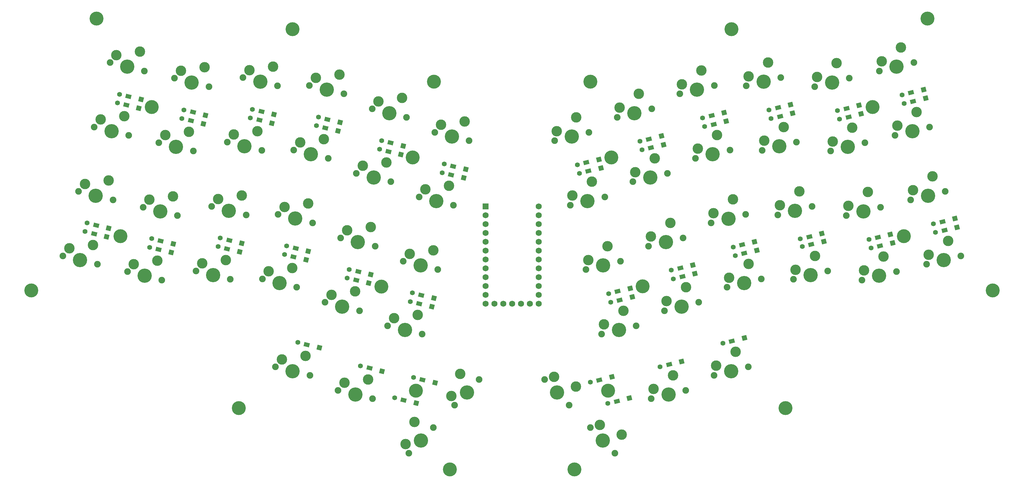
<source format=gts>
%TF.GenerationSoftware,KiCad,Pcbnew,(6.0.0-0)*%
%TF.CreationDate,2022-01-08T14:54:33+00:00*%
%TF.ProjectId,atreis,61747265-6973-42e6-9b69-6361645f7063,rev?*%
%TF.SameCoordinates,Original*%
%TF.FileFunction,Soldermask,Top*%
%TF.FilePolarity,Negative*%
%FSLAX46Y46*%
G04 Gerber Fmt 4.6, Leading zero omitted, Abs format (unit mm)*
G04 Created by KiCad (PCBNEW (6.0.0-0)) date 2022-01-08 14:54:33*
%MOMM*%
%LPD*%
G01*
G04 APERTURE LIST*
G04 Aperture macros list*
%AMRotRect*
0 Rectangle, with rotation*
0 The origin of the aperture is its center*
0 $1 length*
0 $2 width*
0 $3 Rotation angle, in degrees counterclockwise*
0 Add horizontal line*
21,1,$1,$2,0,0,$3*%
G04 Aperture macros list end*
%ADD10C,4.000000*%
%ADD11C,1.752600*%
%ADD12R,1.752600X1.752600*%
%ADD13C,4.100000*%
%ADD14C,1.900000*%
%ADD15C,3.000000*%
%ADD16C,1.400000*%
%ADD17RotRect,1.600000X1.200000X166.330000*%
%ADD18RotRect,1.400000X1.400000X166.330000*%
%ADD19RotRect,1.600000X1.200000X193.670000*%
%ADD20RotRect,1.400000X1.400000X193.670000*%
G04 APERTURE END LIST*
D10*
%TO.C,REF\u002A\u002A*%
X205841618Y-56205916D03*
%TD*%
%TO.C,REF\u002A\u002A*%
X261797818Y-149931917D03*
%TD*%
%TO.C,REF\u002A\u002A*%
X321259218Y-116099118D03*
%TD*%
%TO.C,REF\u002A\u002A*%
X302564819Y-38044917D03*
%TD*%
%TO.C,REF\u002A\u002A*%
X246329217Y-41143718D03*
%TD*%
%TO.C,REF\u002A\u002A*%
X160961898Y-56169172D03*
%TD*%
%TO.C,REF\u002A\u002A*%
X120446818Y-41143716D03*
%TD*%
%TO.C,REF\u002A\u002A*%
X64211217Y-38044917D03*
%TD*%
%TO.C,REF\u002A\u002A*%
X45516819Y-116099118D03*
%TD*%
%TO.C,REF\u002A\u002A*%
X104978219Y-149931916D03*
%TD*%
%TO.C,REF\u002A\u002A*%
X165557218Y-167508718D03*
%TD*%
%TO.C,REF\u002A\u002A*%
X201244217Y-167508716D03*
%TD*%
%TO.C,REF\u002A\u002A*%
X210947018Y-144902717D03*
%TD*%
%TO.C,REF\u002A\u002A*%
X155803619Y-144902717D03*
%TD*%
%TO.C,REF\u002A\u002A*%
X80035417Y-63470316D03*
%TD*%
D11*
%TO.C,U1*%
X188468015Y-119889268D03*
X185928015Y-119889268D03*
X183388015Y-119889268D03*
X180848015Y-119889268D03*
X178308015Y-119889268D03*
X191008015Y-91949268D03*
X191008015Y-94489268D03*
X191008015Y-97029268D03*
X191008015Y-99569268D03*
X191008015Y-102109268D03*
X191008015Y-104649268D03*
X191008015Y-107189268D03*
X191008015Y-109729268D03*
X191008015Y-112269268D03*
X191008015Y-114809268D03*
X191008015Y-117349268D03*
X191008015Y-119889268D03*
X175768015Y-119889268D03*
X175768015Y-117349268D03*
X175768015Y-114809268D03*
X175768015Y-112269268D03*
X175768015Y-109729268D03*
X175768015Y-107189268D03*
X175768015Y-104649268D03*
X175768015Y-102109268D03*
X175768015Y-99569268D03*
X175768015Y-97029268D03*
X175768015Y-94489268D03*
D12*
X175768015Y-91949268D03*
%TD*%
D10*
%TO.C,REF\u002A\u002A*%
X286791418Y-63470317D03*
%TD*%
%TO.C,REF\u002A\u002A*%
X295732217Y-100503515D03*
%TD*%
%TO.C,REF\u002A\u002A*%
X220827616Y-114956116D03*
%TD*%
%TO.C,REF\u002A\u002A*%
X211886818Y-77948317D03*
%TD*%
%TO.C,REF\u002A\u002A*%
X145948417Y-114981516D03*
%TD*%
%TO.C,REF\u002A\u002A*%
X154914617Y-77897517D03*
%TD*%
%TO.C,*%
X71043818Y-100503518D03*
%TD*%
D13*
%TO.C,MX29*%
X200533018Y-71928517D03*
D14*
X195596919Y-73129070D03*
X205469117Y-70727964D03*
D15*
X196230667Y-70360883D03*
X201800514Y-66392141D03*
%TD*%
D14*
%TO.C,MX55*%
X233200927Y-144800621D03*
D15*
X223962477Y-144433540D03*
D14*
X223328729Y-147201727D03*
D13*
X228264828Y-146001174D03*
D15*
X229532324Y-140464798D03*
%TD*%
%TO.C,MX36*%
X224272710Y-78179193D03*
X218702863Y-82147935D03*
D14*
X218069115Y-84916122D03*
X227941313Y-82515016D03*
D13*
X223005214Y-83715569D03*
%TD*%
D15*
%TO.C,MX18*%
X160816203Y-104613435D03*
D13*
X157147600Y-108949257D03*
D14*
X152211501Y-107748704D03*
X162083699Y-110149810D03*
D15*
X154045803Y-105580793D03*
%TD*%
D14*
%TO.C,MX14*%
X77569739Y-92208450D03*
X87441937Y-94609556D03*
D13*
X82505838Y-93409003D03*
D15*
X86174441Y-89073181D03*
X79404041Y-90040539D03*
%TD*%
D14*
%TO.C,MX2*%
X86573885Y-55187714D03*
D15*
X95178587Y-52052445D03*
D13*
X91509984Y-56388267D03*
D14*
X96446083Y-57588820D03*
D15*
X88408187Y-53019803D03*
%TD*%
%TO.C,MX44*%
X265795527Y-87685411D03*
X260225680Y-91654153D03*
D14*
X269464130Y-92021234D03*
X259591932Y-94422340D03*
D13*
X264528031Y-93221787D03*
%TD*%
D15*
%TO.C,MX3*%
X108059087Y-52832582D03*
D14*
X106224785Y-55000493D03*
D13*
X111160884Y-56201046D03*
D15*
X114829487Y-51865224D03*
D14*
X116096983Y-57401599D03*
%TD*%
%TO.C,MX54*%
X205884729Y-155525673D03*
D15*
X208599942Y-154693738D03*
D14*
X212891263Y-162883259D03*
D15*
X214818423Y-157540595D03*
D13*
X209387996Y-159204466D03*
%TD*%
%TO.C,MX8*%
X87007910Y-74898634D03*
D14*
X82071811Y-73698081D03*
X91944009Y-76099187D03*
D15*
X83906113Y-71530170D03*
X90676513Y-70562812D03*
%TD*%
%TO.C,MX25*%
X124118415Y-134942027D03*
X117348015Y-135909385D03*
D14*
X125385911Y-140478402D03*
D13*
X120449812Y-139277849D03*
D14*
X115513713Y-138077296D03*
%TD*%
D15*
%TO.C,MX1*%
X69897817Y-48517725D03*
D13*
X72999614Y-51886189D03*
D14*
X77935713Y-53086742D03*
D15*
X76668217Y-47550367D03*
D14*
X68063515Y-50685636D03*
%TD*%
%TO.C,MX22*%
X121641375Y-115213542D03*
D15*
X113603479Y-110644525D03*
D14*
X111769177Y-112812436D03*
D15*
X120373879Y-109677167D03*
D13*
X116705276Y-114012989D03*
%TD*%
D14*
%TO.C,MX21*%
X92718559Y-110531600D03*
X102590757Y-112932706D03*
D15*
X101323261Y-107396331D03*
D13*
X97654658Y-111732153D03*
D15*
X94552861Y-108363689D03*
%TD*%
%TO.C,MX49*%
X251220745Y-108482994D03*
D14*
X245017150Y-115219923D03*
D15*
X245650898Y-112451736D03*
D13*
X249953249Y-114019370D03*
D14*
X254889348Y-112818817D03*
%TD*%
D15*
%TO.C,MX24*%
X149543724Y-124091163D03*
X156314124Y-123123805D03*
D13*
X152645521Y-127459627D03*
D14*
X157581620Y-128660180D03*
X147709422Y-126259074D03*
%TD*%
D13*
%TO.C,MX31*%
X236447023Y-58488256D03*
D15*
X237714519Y-52951880D03*
D14*
X231510924Y-59688809D03*
D15*
X232144672Y-56920622D03*
D14*
X241383122Y-57287703D03*
%TD*%
%TO.C,MX53*%
X192747478Y-141730198D03*
D15*
X195462691Y-140898263D03*
D14*
X199754012Y-149087784D03*
D15*
X201681172Y-143745120D03*
D13*
X196250745Y-145408991D03*
%TD*%
D14*
%TO.C,MX38*%
X255089855Y-75911967D03*
D13*
X260025954Y-74711414D03*
D14*
X264962053Y-73510861D03*
D15*
X255723603Y-73143780D03*
X261293450Y-69175038D03*
%TD*%
D14*
%TO.C,MX17*%
X134241375Y-101025382D03*
D15*
X142846077Y-97890113D03*
X136075677Y-98857471D03*
D14*
X144113573Y-103426488D03*
D13*
X139177474Y-102225935D03*
%TD*%
D15*
%TO.C,MX6*%
X163049947Y-68560055D03*
X169820347Y-67592697D03*
D14*
X171087843Y-73129072D03*
X161215645Y-70727966D03*
D13*
X166151744Y-71928519D03*
%TD*%
%TO.C,MX12*%
X161649669Y-90438887D03*
D14*
X166585768Y-91639440D03*
X156713570Y-89238334D03*
D15*
X165318272Y-86103065D03*
X158547872Y-87070423D03*
%TD*%
%TO.C,MX42*%
X228774785Y-96689562D03*
D14*
X222571190Y-103426491D03*
D13*
X227507289Y-102225938D03*
D14*
X232443388Y-101025385D03*
D15*
X223204938Y-100658304D03*
%TD*%
D14*
%TO.C,MX35*%
X209971189Y-89238333D03*
D15*
X206302586Y-84902510D03*
D13*
X205035090Y-90438886D03*
D14*
X200098991Y-91639439D03*
D15*
X200732739Y-88871252D03*
%TD*%
D13*
%TO.C,MX32*%
X255523876Y-56201044D03*
D15*
X251221525Y-54633410D03*
D14*
X260459975Y-55000491D03*
D15*
X256791372Y-50664668D03*
D14*
X250587777Y-57401597D03*
%TD*%
D15*
%TO.C,MX5*%
X145079824Y-61836732D03*
X151850224Y-60869374D03*
D13*
X148181621Y-65205196D03*
D14*
X153117720Y-66405749D03*
X143245522Y-64004643D03*
%TD*%
%TO.C,MX46*%
X307625393Y-87706374D03*
D15*
X303956790Y-83370551D03*
X298386943Y-87339293D03*
D13*
X302689294Y-88906927D03*
D14*
X297753195Y-90107480D03*
%TD*%
D15*
%TO.C,MX11*%
X147348151Y-79379746D03*
D14*
X138743449Y-82515015D03*
D13*
X143679548Y-83715568D03*
D15*
X140577751Y-80347104D03*
D14*
X148615647Y-84916121D03*
%TD*%
%TO.C,MX51*%
X283744902Y-113119927D03*
D15*
X289948497Y-106382998D03*
D13*
X288681001Y-111919374D03*
D14*
X293617100Y-110718821D03*
D15*
X284378650Y-110351740D03*
%TD*%
%TO.C,MX10*%
X129378027Y-72656426D03*
D14*
X120773325Y-75791695D03*
D13*
X125709424Y-76992248D03*
D14*
X130645523Y-78192801D03*
D15*
X122607627Y-73623784D03*
%TD*%
%TO.C,MX52*%
X302889016Y-105849665D03*
D14*
X312127466Y-106216746D03*
D13*
X307191367Y-107417299D03*
D14*
X302255268Y-108617852D03*
D15*
X308458863Y-101880923D03*
%TD*%
%TO.C,MX45*%
X279876575Y-91841371D03*
D14*
X289115025Y-92208452D03*
D13*
X284178926Y-93409005D03*
D14*
X279242827Y-94609558D03*
D15*
X285446422Y-87872629D03*
%TD*%
%TO.C,MX28*%
X168506855Y-140066325D03*
X165967167Y-146416450D03*
D13*
X170434014Y-145408989D03*
D14*
X173937281Y-141730196D03*
X166930747Y-149087782D03*
%TD*%
D15*
%TO.C,MX20*%
X81672362Y-107583553D03*
D13*
X78003759Y-111919375D03*
D14*
X82939858Y-113119928D03*
X73067660Y-110718822D03*
D15*
X74901962Y-108550911D03*
%TD*%
D13*
%TO.C,MX37*%
X240949099Y-76998632D03*
D14*
X245885198Y-75798079D03*
D15*
X236646748Y-75430998D03*
D14*
X236013000Y-78199185D03*
D15*
X242216595Y-71462256D03*
%TD*%
%TO.C,MX34*%
X294952638Y-46349813D03*
D14*
X288749043Y-53086742D03*
D15*
X289382791Y-50318555D03*
D14*
X298621241Y-50685636D03*
D13*
X293685142Y-51886189D03*
%TD*%
%TO.C,MX50*%
X269030101Y-111732157D03*
D14*
X264094002Y-112932710D03*
D15*
X270297597Y-106195781D03*
D14*
X273966200Y-110531604D03*
D15*
X264727750Y-110164523D03*
%TD*%
%TO.C,MX40*%
X293884870Y-68828926D03*
D14*
X303123320Y-69196007D03*
D15*
X299454717Y-64860184D03*
D14*
X293251122Y-71597113D03*
D13*
X298187221Y-70396560D03*
%TD*%
D15*
%TO.C,MX23*%
X131573601Y-117367846D03*
D13*
X134675398Y-120736310D03*
D14*
X129739299Y-119535757D03*
D15*
X138344001Y-116400488D03*
D14*
X139611497Y-121936863D03*
%TD*%
%TO.C,MX48*%
X236945462Y-119535758D03*
D15*
X233276859Y-115199935D03*
D14*
X227073264Y-121936864D03*
D13*
X232009363Y-120736311D03*
D15*
X227707012Y-119168677D03*
%TD*%
D14*
%TO.C,MX9*%
X101722707Y-73510864D03*
X111594905Y-75911970D03*
D13*
X106658806Y-74711417D03*
D15*
X110327409Y-70375595D03*
X103557009Y-71342953D03*
%TD*%
D14*
%TO.C,MX7*%
X73433638Y-71597114D03*
X63561440Y-69196008D03*
D15*
X65395742Y-67028097D03*
X72166142Y-66060739D03*
D13*
X68497539Y-70396561D03*
%TD*%
D14*
%TO.C,MX56*%
X241298849Y-140478407D03*
D15*
X241932597Y-137710220D03*
D14*
X251171047Y-138077301D03*
D13*
X246234948Y-139277854D03*
D15*
X247502444Y-133741478D03*
%TD*%
D14*
%TO.C,MX33*%
X280110877Y-55187708D03*
D15*
X276442274Y-50851885D03*
D14*
X270238679Y-57588814D03*
D13*
X275174778Y-56388261D03*
D15*
X270872427Y-54820627D03*
%TD*%
D14*
%TO.C,MX39*%
X284612950Y-73698080D03*
X274740752Y-76099186D03*
D15*
X280944347Y-69362257D03*
X275374500Y-73330999D03*
D13*
X279676851Y-74898633D03*
%TD*%
D14*
%TO.C,MX47*%
X209103143Y-128660180D03*
D15*
X215306738Y-121923251D03*
X209736891Y-125891993D03*
D13*
X214039242Y-127459627D03*
D14*
X218975341Y-126259074D03*
%TD*%
D13*
%TO.C,MX19*%
X59493389Y-107417301D03*
D15*
X56391592Y-104048837D03*
D14*
X64429488Y-108617854D03*
D15*
X63161992Y-103081479D03*
D14*
X54557290Y-106216748D03*
%TD*%
D15*
%TO.C,MX13*%
X60893666Y-85538466D03*
X67664066Y-84571108D03*
D13*
X63995463Y-88906930D03*
D14*
X59059364Y-87706377D03*
X68931562Y-90107483D03*
%TD*%
%TO.C,MX16*%
X126143454Y-96703167D03*
D15*
X124875958Y-91166792D03*
D14*
X116271256Y-94302061D03*
D15*
X118105558Y-92134150D03*
D13*
X121207355Y-95502614D03*
%TD*%
D15*
%TO.C,MX4*%
X127109708Y-55113412D03*
D14*
X135147604Y-59682429D03*
D15*
X133880108Y-54146054D03*
D13*
X130211505Y-58481876D03*
D14*
X125275406Y-57281323D03*
%TD*%
%TO.C,MX15*%
X97220632Y-92021235D03*
D15*
X99054934Y-89853324D03*
X105825334Y-88885966D03*
D14*
X107092830Y-94422341D03*
D13*
X102156731Y-93221788D03*
%TD*%
%TO.C,MX30*%
X218503138Y-65205196D03*
D15*
X219770634Y-59668820D03*
D14*
X223439237Y-64004643D03*
D15*
X214200787Y-63637562D03*
D14*
X213567039Y-66405749D03*
%TD*%
%TO.C,MX26*%
X133483832Y-144800617D03*
D13*
X138419931Y-146001170D03*
D15*
X142088534Y-141665348D03*
X135318134Y-142632706D03*
D14*
X143356030Y-147201723D03*
%TD*%
D15*
%TO.C,MX41*%
X210804663Y-103412880D03*
D14*
X214473266Y-107748703D03*
D13*
X209537167Y-108949256D03*
D14*
X204601068Y-110149809D03*
D15*
X205234816Y-107381622D03*
%TD*%
%TO.C,MX43*%
X241148821Y-93941366D03*
D14*
X250387271Y-94308447D03*
D13*
X245451172Y-95509000D03*
D14*
X240515073Y-96709553D03*
D15*
X246718668Y-89972624D03*
%TD*%
D14*
%TO.C,MX27*%
X160800030Y-155525671D03*
D15*
X155369604Y-153861800D03*
X152829916Y-160211925D03*
D14*
X153793496Y-162883257D03*
D13*
X157296763Y-159204464D03*
%TD*%
D16*
%TO.C,D28*%
X155119750Y-141111290D03*
D17*
X157694684Y-141737563D03*
D18*
X161289874Y-142611982D03*
%TD*%
D17*
%TO.C,D11*%
X147940206Y-76207526D03*
D16*
X145365272Y-75581253D03*
D18*
X151535396Y-77081945D03*
%TD*%
D16*
%TO.C,D54*%
X210877290Y-148563212D03*
D19*
X213452224Y-147936939D03*
D20*
X217047414Y-147062520D03*
%TD*%
D19*
%TO.C,D40*%
X298427287Y-61816048D03*
D16*
X295852353Y-62442321D03*
D20*
X302022477Y-60941629D03*
%TD*%
D17*
%TO.C,D24*%
X156782776Y-119921575D03*
D16*
X154207842Y-119295302D03*
D18*
X160377966Y-120795994D03*
%TD*%
D16*
%TO.C,D29*%
X202099943Y-80016599D03*
D19*
X204674877Y-79390326D03*
D20*
X208270067Y-78515907D03*
%TD*%
D16*
%TO.C,D8*%
X88693634Y-66764322D03*
D17*
X91268568Y-67390595D03*
D18*
X94863758Y-68265014D03*
%TD*%
D16*
%TO.C,D37*%
X238640464Y-69038011D03*
D19*
X241215398Y-68411738D03*
D20*
X244810588Y-67537319D03*
%TD*%
D16*
%TO.C,D43*%
X246797532Y-103650728D03*
D19*
X249372466Y-103024455D03*
D20*
X252967656Y-102150036D03*
%TD*%
D16*
%TO.C,D49*%
X247397809Y-106118780D03*
D19*
X249972743Y-105492507D03*
D20*
X253567933Y-104618088D03*
%TD*%
D16*
%TO.C,D12*%
X163335393Y-82304571D03*
D17*
X165910327Y-82930844D03*
D18*
X169505517Y-83805263D03*
%TD*%
D16*
%TO.C,D47*%
X211704371Y-119505390D03*
D19*
X214279305Y-118879117D03*
D20*
X217874495Y-118004698D03*
%TD*%
D17*
%TO.C,D23*%
X157383051Y-117453527D03*
D16*
X154808117Y-116827254D03*
D18*
X160978241Y-118327946D03*
%TD*%
D19*
%TO.C,D39*%
X279916912Y-66318124D03*
D16*
X277341978Y-66944397D03*
D20*
X283512102Y-65443705D03*
%TD*%
D16*
%TO.C,D55*%
X225878478Y-138015984D03*
D19*
X228453412Y-137389711D03*
D20*
X232048602Y-136515292D03*
%TD*%
D16*
%TO.C,D50*%
X266635207Y-103531112D03*
D19*
X269210141Y-102904839D03*
D20*
X272805331Y-102030420D03*
%TD*%
D17*
%TO.C,D16*%
X82017613Y-104351308D03*
D16*
X79442679Y-103725035D03*
D18*
X85612803Y-105225727D03*
%TD*%
D16*
%TO.C,D30*%
X220070065Y-73293279D03*
D19*
X222644999Y-72667006D03*
D20*
X226240189Y-71792587D03*
%TD*%
D16*
%TO.C,D31*%
X238040189Y-66569957D03*
D19*
X240615123Y-65943684D03*
D20*
X244210313Y-65069265D03*
%TD*%
D17*
%TO.C,D27*%
X152273810Y-147581595D03*
D16*
X149698876Y-146955322D03*
D18*
X155869000Y-148456014D03*
%TD*%
D16*
%TO.C,D26*%
X139910331Y-137775879D03*
D17*
X142485265Y-138402152D03*
D18*
X146080455Y-139276571D03*
%TD*%
D16*
%TO.C,D44*%
X266094959Y-101309871D03*
D19*
X268669893Y-100683598D03*
D20*
X272265083Y-99809179D03*
%TD*%
D16*
%TO.C,D41*%
X211104094Y-117037342D03*
D19*
X213679028Y-116411069D03*
D20*
X217274218Y-115536650D03*
%TD*%
D16*
%TO.C,D25*%
X121940210Y-131052561D03*
D17*
X124515144Y-131678834D03*
D18*
X128110334Y-132553253D03*
%TD*%
D19*
%TO.C,D42*%
X231649151Y-109687749D03*
D16*
X229074217Y-110314022D03*
D20*
X235244341Y-108813330D03*
%TD*%
D19*
%TO.C,D33*%
X279316637Y-63850075D03*
D16*
X276741703Y-64476348D03*
D20*
X282911827Y-62975656D03*
%TD*%
D16*
%TO.C,D10*%
X127271749Y-68827919D03*
D17*
X129846683Y-69454192D03*
D18*
X133441873Y-70328611D03*
%TD*%
D16*
%TO.C,D56*%
X243848599Y-131292659D03*
D19*
X246423533Y-130666386D03*
D20*
X250018723Y-129791967D03*
%TD*%
D19*
%TO.C,D38*%
X260266018Y-66130906D03*
D16*
X257691084Y-66757179D03*
D20*
X263861208Y-65256487D03*
%TD*%
D17*
%TO.C,D6*%
X166510604Y-80462797D03*
D16*
X163935670Y-79836524D03*
D18*
X170105794Y-81337216D03*
%TD*%
D16*
%TO.C,D17*%
X99693852Y-101069768D03*
D17*
X102268786Y-101696041D03*
D18*
X105863976Y-102570460D03*
%TD*%
D19*
%TO.C,D48*%
X232249425Y-112155797D03*
D16*
X229674491Y-112782070D03*
D20*
X235844615Y-111281378D03*
%TD*%
D17*
%TO.C,D2*%
X91868844Y-64922547D03*
D16*
X89293910Y-64296274D03*
D18*
X95464034Y-65796966D03*
%TD*%
D19*
%TO.C,D51*%
X288921064Y-103338866D03*
D16*
X286346130Y-103965139D03*
D20*
X292516254Y-102464447D03*
%TD*%
D17*
%TO.C,D22*%
X138689251Y-113168241D03*
D16*
X136114317Y-112541968D03*
D18*
X142284441Y-114042660D03*
%TD*%
D17*
%TO.C,D9*%
X110919465Y-67203375D03*
D16*
X108344531Y-66577102D03*
D18*
X114514655Y-68077794D03*
%TD*%
D16*
%TO.C,D36*%
X220670342Y-75761331D03*
D19*
X223245276Y-75135058D03*
D20*
X226840466Y-74260639D03*
%TD*%
D16*
%TO.C,D46*%
X304256227Y-96995015D03*
D19*
X306831161Y-96368742D03*
D20*
X310426351Y-95494323D03*
%TD*%
D16*
%TO.C,D1*%
X70783540Y-59794199D03*
D17*
X73358474Y-60420472D03*
D18*
X76953664Y-61294891D03*
%TD*%
D16*
%TO.C,D34*%
X295252073Y-59974273D03*
D19*
X297827007Y-59348000D03*
D20*
X301422197Y-58473581D03*
%TD*%
D17*
%TO.C,D21*%
X139289527Y-110700191D03*
D16*
X136714593Y-110073918D03*
D18*
X142884717Y-111574610D03*
%TD*%
D17*
%TO.C,D20*%
X120719127Y-106444919D03*
D16*
X118144193Y-105818646D03*
D18*
X124314317Y-107319338D03*
%TD*%
D16*
%TO.C,D45*%
X285745855Y-101497091D03*
D19*
X288320789Y-100870818D03*
D20*
X291915979Y-99996399D03*
%TD*%
D17*
%TO.C,D3*%
X111519741Y-64735327D03*
D16*
X108944807Y-64109054D03*
D18*
X115114931Y-65609746D03*
%TD*%
D16*
%TO.C,D14*%
X60932308Y-99222959D03*
D17*
X63507242Y-99849232D03*
D18*
X67102432Y-100723651D03*
%TD*%
D19*
%TO.C,D32*%
X259665740Y-63662856D03*
D16*
X257090806Y-64289129D03*
D20*
X263260930Y-62788437D03*
%TD*%
D16*
%TO.C,D52*%
X304856499Y-99463065D03*
D19*
X307431433Y-98836792D03*
D20*
X311026623Y-97962373D03*
%TD*%
D16*
%TO.C,D19*%
X118744472Y-103350599D03*
D17*
X121319406Y-103976872D03*
D18*
X124914596Y-104851291D03*
%TD*%
D17*
%TO.C,D13*%
X64107520Y-97381185D03*
D16*
X61532586Y-96754912D03*
D18*
X67702710Y-98255604D03*
%TD*%
D16*
%TO.C,D53*%
X205839968Y-142469051D03*
D19*
X208414902Y-141842778D03*
D20*
X212010092Y-140968359D03*
%TD*%
D16*
%TO.C,D5*%
X145965548Y-73113205D03*
D17*
X148540482Y-73739478D03*
D18*
X152135672Y-74613897D03*
%TD*%
D17*
%TO.C,D18*%
X101668510Y-104164089D03*
D16*
X99093576Y-103537816D03*
D18*
X105263700Y-105038508D03*
%TD*%
D17*
%TO.C,D15*%
X82617891Y-101883258D03*
D16*
X80042957Y-101256985D03*
D18*
X86213081Y-102757677D03*
%TD*%
D16*
%TO.C,D4*%
X127872025Y-66359870D03*
D17*
X130446959Y-66986143D03*
D18*
X134042149Y-67860562D03*
%TD*%
D16*
%TO.C,D7*%
X70183264Y-62262248D03*
D17*
X72758198Y-62888521D03*
D18*
X76353388Y-63762940D03*
%TD*%
D19*
%TO.C,D35*%
X205275155Y-81858377D03*
D16*
X202700221Y-82484650D03*
D20*
X208870345Y-80983958D03*
%TD*%
M02*

</source>
